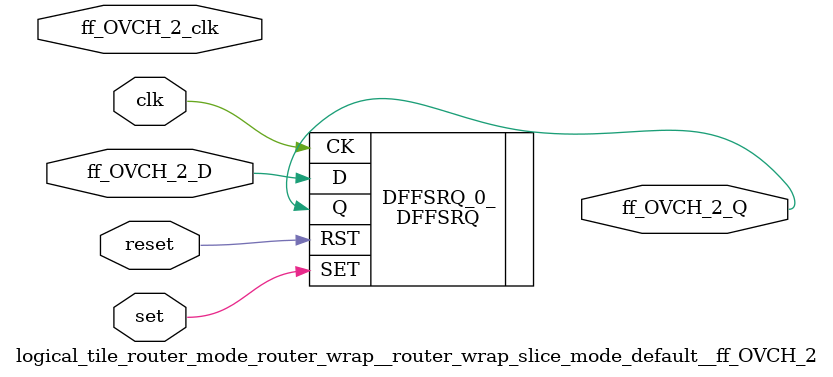
<source format=v>
`default_nettype none

module logical_tile_router_mode_router_wrap__router_wrap_slice_mode_default__ff_OVCH_2(set,
                                                                                       reset,
                                                                                       clk,
                                                                                       ff_OVCH_2_D,
                                                                                       ff_OVCH_2_Q,
                                                                                       ff_OVCH_2_clk);
//----- GLOBAL PORTS -----
input [0:0] set;
//----- GLOBAL PORTS -----
input [0:0] reset;
//----- GLOBAL PORTS -----
input [0:0] clk;
//----- INPUT PORTS -----
input [0:0] ff_OVCH_2_D;
//----- OUTPUT PORTS -----
output [0:0] ff_OVCH_2_Q;
//----- CLOCK PORTS -----
input [0:0] ff_OVCH_2_clk;

//----- BEGIN wire-connection ports -----
wire [0:0] ff_OVCH_2_D;
wire [0:0] ff_OVCH_2_Q;
wire [0:0] ff_OVCH_2_clk;
//----- END wire-connection ports -----


//----- BEGIN Registered ports -----
//----- END Registered ports -----



// ----- BEGIN Local short connections -----
// ----- END Local short connections -----
// ----- BEGIN Local output short connections -----
// ----- END Local output short connections -----

	DFFSRQ DFFSRQ_0_ (
		.SET(set),
		.RST(reset),
		.CK(clk),
		.D(ff_OVCH_2_D),
		.Q(ff_OVCH_2_Q));

endmodule
// ----- END Verilog module for logical_tile_router_mode_router_wrap__router_wrap_slice_mode_default__ff_OVCH_2 -----

//----- Default net type -----
`default_nettype wire




</source>
